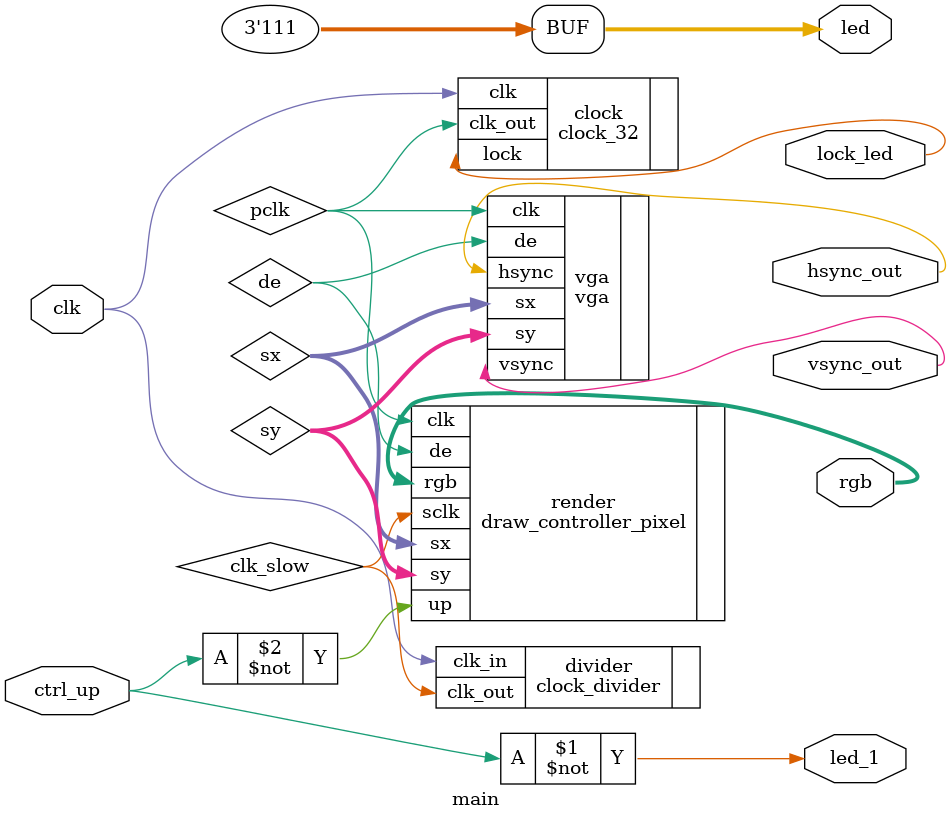
<source format=v>
module main (
  // Inputs
  input clk,                      // 12Mhz clock

  input ctrl_up,                  // Up button

  // Outputs (VGA)
  output reg [5:0]    rgb,        // RGB pins (6-bit currently)
  output wire         hsync_out,  // hsync signal
  output wire         vsync_out,  // vsync signal

  // Outputs (LED)
	output wire [2:0]   led,        // LEDs
  output wire         led_1,
	output wire         lock_led    // Green LED used for PLL
);
  // Resolution

  localparam H_RES = 800;
  localparam V_RES = 480;

  assign led = 3'b111;           // turn on the leds

  wire clk_slow;

  assign led_1 = ~ctrl_up;
  clock_divider #(
    .MULTIPLIER(1),
    .FPS(60)
  )divider(
    .clk_in(clk),
    .clk_out(clk_slow)
  );

  // Pixel clock
  wire pclk;                      // 25.125Mhz pixel clock
  clock_32 clock(
    .clk(clk),
    .clk_out(pclk),
    .lock(lock_led)               // turn on led during PLL
  );

  // VGA driver
  wire [9:0] sx;                  // screen x coordinate
  wire [9:0] sy;                  // screen y coordinate
  wire de;                        // active display signal
  vga #(
    .H_RES(H_RES),
    .V_RES(V_RES),
    .H_FP(32),
    .H_BP(90),
    .V_BP(34),
    .V_FP(8),
    .H_S(96), // 96
    .V_S(2),
  ) vga (
    .clk(pclk),
    .hsync(hsync_out),  
    .vsync(vsync_out),
    .sx(sx),   
    .sy(sy),
    .de(de)
  );

  // wire [5:0] rgb1;

  // Renderer
  // draw_colors #(
  //   .H_RES(H_RES),
  //   .V_RES(V_RES)
  // ) render1 (
  //   .clk(pclk),
  //   .de(de),
  //   .sx(sx),
  //   .sy(sy),
  //   .rgb(rgb)
  // );

  // wire [5:0] rgb2;

  draw_controller_pixel render (
    .sclk(clk_slow),
    .clk(pclk),
    .de(de),
    .sx(sx),
    .sy(sy),
    .rgb(rgb),
    .up(~ctrl_up)
  );
  

  // Renderer
  // draw_border #(
  //   .H_RES(H_RES),
  //   .V_RES(V_RES),
  //   .OUTER_WIDTH(20),
  //   .INNER_WIDTH(30),
  //   .OUTLINE_WIDTH(10),
  // ) render2 (
  //   .clk(pclk),
  //   .de(de),
  //   .sx(sx),
  //   .sy(sy),
  //   .rgb(rgb)
  // );

  // draw_gradient #(
  //   .H_RES(H_RES),
  //   .V_RES(V_RES),
  // ) render2 (
  //   .clk(pclk),
  //   .de(de),
  //   .sx(sx),
  //   .sy(sy),
  //   .rgb(rgb2)
  // );


  // always @(posedge pclk) begin
  //   if(clk_slow) begin
  //     rgb <= rgb1;
  //   end else begin
  //     rgb <= rgb2;
  //   end
  // end
 
endmodule
</source>
